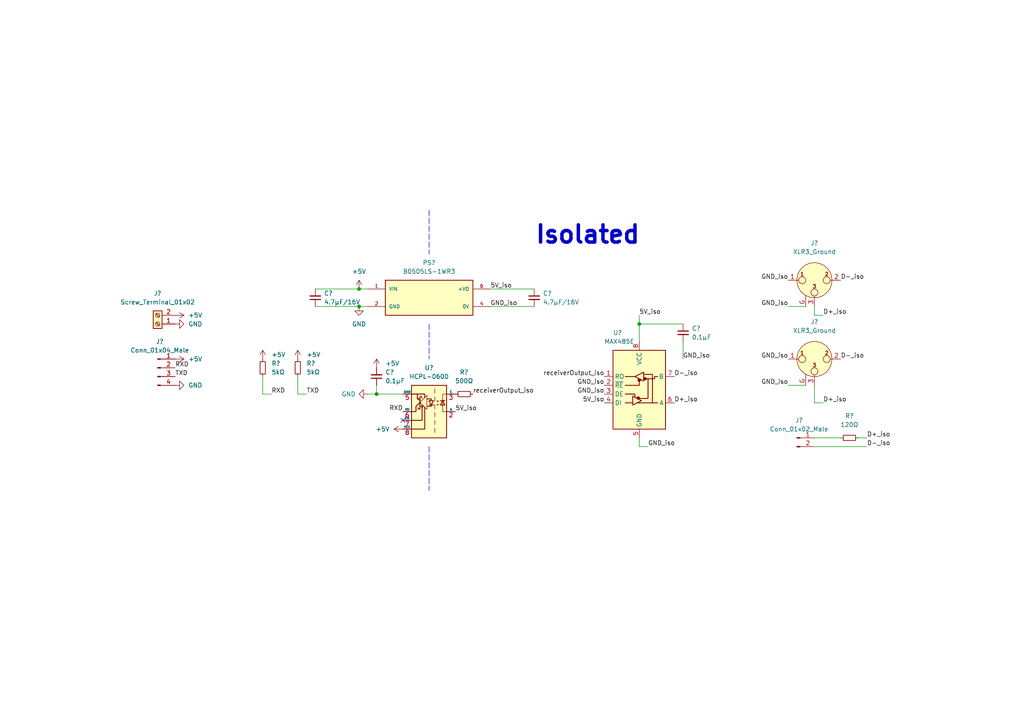
<source format=kicad_sch>
(kicad_sch (version 20211123) (generator eeschema)
  (paper "A4")
  (title_block (title "DMX Breakout"))
  (lib_symbols
    (symbol "B0505LS-1WR3:B0505LS-1WR3" (pin_names (offset 1.016))
      (property "Reference" "PS" (at -12.7 6.35 0))
      (property "Value" "B0505LS-1WR3" (at -12.7 -7.62 0))
      (symbol "B0505LS-1WR3_0_0"
        (rectangle (start -12.7 -5.08) (end 12.7 5.08) (stroke (width 0.254)) (fill (type background)))
        (pin input line (at -17.78 2.54 0) (length 5.08) (name "VIN") (number "1"))
        (pin power_in line (at -17.78 -2.54 0) (length 5.08) (name "GND") (number "2"))
        (pin passive line (at 17.78 -2.54 180) (length 5.08) (name "0V") (number "4"))
        (pin output line (at 17.78 2.54 180) (length 5.08) (name "+VO") (number "6"))
      )
    )
    (symbol "Connector:Conn_01x02_Male" (pin_names (offset 1.016) hide)
      (property "Reference" "J" (at 0 2.54 0))
      (property "Value" "Conn_01x02_Male" (at 0 -5.08 0))
      (symbol "Conn_01x02_Male_1_1"
        (polyline (pts (xy 1.27 -2.54) (xy 0.8636 -2.54)) (stroke (width 0.1524)))
        (polyline (pts (xy 1.27 0) (xy 0.8636 0)) (stroke (width 0.1524)))
        (rectangle (start 0.8636 -2.413) (end 0 -2.667) (stroke (width 0.1524)) (fill (type outline)))
        (rectangle (start 0.8636 0.127) (end 0 -0.127) (stroke (width 0.1524)) (fill (type outline)))
        (pin passive line (at 5.08 0 180) (length 3.81) (name "Pin_1") (number "1"))
        (pin passive line (at 5.08 -2.54 180) (length 3.81) (name "Pin_2") (number "2"))
      )
    )
    (symbol "Connector:Conn_01x04_Male" (pin_names (offset 1.016) hide)
      (property "Reference" "J" (at 0 5.08 0))
      (property "Value" "Conn_01x04_Male" (at 0 -7.62 0))
      (symbol "Conn_01x04_Male_1_1"
        (polyline (pts (xy 1.27 -5.08) (xy 0.8636 -5.08)) (stroke (width 0.1524)))
        (polyline (pts (xy 1.27 -2.54) (xy 0.8636 -2.54)) (stroke (width 0.1524)))
        (polyline (pts (xy 1.27 0) (xy 0.8636 0)) (stroke (width 0.1524)))
        (polyline (pts (xy 1.27 2.54) (xy 0.8636 2.54)) (stroke (width 0.1524)))
        (rectangle (start 0.8636 -4.953) (end 0 -5.207) (stroke (width 0.1524)) (fill (type outline)))
        (rectangle (start 0.8636 -2.413) (end 0 -2.667) (stroke (width 0.1524)) (fill (type outline)))
        (rectangle (start 0.8636 0.127) (end 0 -0.127) (stroke (width 0.1524)) (fill (type outline)))
        (rectangle (start 0.8636 2.667) (end 0 2.413) (stroke (width 0.1524)) (fill (type outline)))
        (pin passive line (at 5.08 2.54 180) (length 3.81) (name "Pin_1") (number "1"))
        (pin passive line (at 5.08 0 180) (length 3.81) (name "Pin_2") (number "2"))
        (pin passive line (at 5.08 -2.54 180) (length 3.81) (name "Pin_3") (number "3"))
        (pin passive line (at 5.08 -5.08 180) (length 3.81) (name "Pin_4") (number "4"))
      )
    )
    (symbol "Connector:Screw_Terminal_01x02" (pin_names (offset 1.016) hide)
      (property "Reference" "J" (at 0 2.54 0))
      (property "Value" "Screw_Terminal_01x02" (at 0 -5.08 0))
      (symbol "Screw_Terminal_01x02_1_1"
        (rectangle (start -1.27 1.27) (end 1.27 -3.81) (stroke (width 0.254)) (fill (type background)))
        (circle (center 0 -2.54) (radius 0.635) (stroke (width 0.1524)))
        (polyline (pts (xy -0.5334 -2.2098) (xy 0.3302 -3.048)) (stroke (width 0.1524)))
        (polyline (pts (xy -0.5334 0.3302) (xy 0.3302 -0.508)) (stroke (width 0.1524)))
        (polyline (pts (xy -0.3556 -2.032) (xy 0.508 -2.8702)) (stroke (width 0.1524)))
        (polyline (pts (xy -0.3556 0.508) (xy 0.508 -0.3302)) (stroke (width 0.1524)))
        (circle (center 0 0) (radius 0.635) (stroke (width 0.1524)))
        (pin passive line (at -5.08 0 0) (length 3.81) (name "Pin_1") (number "1"))
        (pin passive line (at -5.08 -2.54 0) (length 3.81) (name "Pin_2") (number "2"))
      )
    )
    (symbol "Connector:XLR3_Ground" (pin_names hide)
      (property "Reference" "J" (at 0 8.89 0))
      (property "Value" "XLR3_Ground" (at 0 6.35 0))
      (symbol "XLR3_Ground_0_1"
        (circle (center -3.556 0) (radius 1.016))
        (circle (center 0 -3.556) (radius 1.016))
        (polyline (pts (xy -5.08 0) (xy -4.572 0)))
        (polyline (pts (xy -2.54 -5.08) (xy -2.54 -4.445)))
        (polyline (pts (xy 0 -5.08) (xy 0 -4.572)))
        (polyline (pts (xy 5.08 0) (xy 4.572 0)))
        (circle (center 0 0) (radius 5.08) (fill (type background)))
        (circle (center 3.556 0) (radius 1.016))
        (text "1" (at -3.556 1.778 0) (effects (font (size 1.016 1.016) bold)))
        (text "2" (at 3.556 1.778 0) (effects (font (size 1.016 1.016) bold)))
        (text "3" (at 0 -1.778 0) (effects (font (size 1.016 1.016) bold)))
        (pin passive line (at -7.62 0 0) (length 2.54) (name "~") (number "1"))
        (pin passive line (at 7.62 0 180) (length 2.54) (name "~") (number "2"))
        (pin passive line (at 0 -7.62 90) (length 2.54) (name "~") (number "3"))
      )
      (symbol "XLR3_Ground_1_1"
        (pin passive line (at -2.54 -7.62 90) (length 2.54) (name "~") (number "G"))
      )
    )
    (symbol "Device:C_Small" (pin_numbers hide) (pin_names (offset 0.254) hide)
      (property "Reference" "C" (at 0.254 1.778 0))
      (property "Value" "C_Small" (at 0.254 -2.032 0))
      (symbol "C_Small_0_1"
        (polyline (pts (xy -1.524 -0.508) (xy 1.524 -0.508)) (stroke (width 0.3302)))
        (polyline (pts (xy -1.524 0.508) (xy 1.524 0.508)) (stroke (width 0.3048)))
      )
      (symbol "C_Small_1_1"
        (pin passive line (at 0 2.54 270) (length 2.032) (name "~") (number "1"))
        (pin passive line (at 0 -2.54 90) (length 2.032) (name "~") (number "2"))
      )
    )
    (symbol "Device:R_Small" (pin_numbers hide) (pin_names (offset 0.254) hide)
      (property "Reference" "R" (at 0.762 0.508 0))
      (property "Value" "R_Small" (at 0.762 -1.016 0))
      (symbol "R_Small_0_1"
        (rectangle (start -0.762 1.778) (end 0.762 -1.778) (stroke (width 0.2032)))
      )
      (symbol "R_Small_1_1"
        (pin passive line (at 0 2.54 270) (length 0.762) (name "~") (number "1"))
        (pin passive line (at 0 -2.54 90) (length 0.762) (name "~") (number "2"))
      )
    )
    (symbol "Interface_UART:MAX485E"
      (property "Reference" "U" (at -6.096 11.43 0))
      (property "Value" "MAX485E" (at 0.762 11.43 0))
      (symbol "MAX485E_0_1"
        (rectangle (start -7.62 10.16) (end 7.62 -12.7) (stroke (width 0.254)) (fill (type background)))
        (circle (center -0.3048 -3.683) (radius 0.3556) (stroke (width 0.254)) (fill (type outline)))
        (circle (center -0.0254 1.4986) (radius 0.3556) (stroke (width 0.254)) (fill (type outline)))
        (polyline (pts (xy -4.064 -5.08) (xy -1.905 -5.08)) (stroke (width 0.254)))
        (polyline (pts (xy -4.064 2.54) (xy -1.27 2.54)) (stroke (width 0.254)))
        (polyline (pts (xy -1.27 -3.2004) (xy -1.27 -3.4544)) (stroke (width 0.254)))
        (polyline (pts (xy -0.635 -5.08) (xy 5.334 -5.08)) (stroke (width 0.254)))
        (polyline (pts (xy -4.064 -2.54) (xy -1.27 -2.54) (xy -1.27 -3.175)) (stroke (width 0.254)))
        (polyline (pts (xy 0 1.27) (xy 0 0) (xy -4.064 0)) (stroke (width 0.254)))
        (polyline (pts (xy 1.27 3.175) (xy 3.81 3.175) (xy 3.81 -5.08)) (stroke (width 0.254)))
        (polyline (pts (xy 2.54 1.905) (xy 2.54 -3.81) (xy 0 -3.81)) (stroke (width 0.254)))
        (polyline (pts (xy -1.905 -3.175) (xy -1.905 -5.715) (xy 0.635 -4.445) (xy -1.905 -3.175)) (stroke (width 0.254)))
        (polyline (pts (xy -1.27 2.54) (xy 1.27 3.81) (xy 1.27 1.27) (xy -1.27 2.54)) (stroke (width 0.254)))
        (polyline (pts (xy 1.905 1.905) (xy 4.445 1.905) (xy 4.445 2.54) (xy 5.334 2.54)) (stroke (width 0.254)))
        (rectangle (start 1.27 3.175) (end 1.27 3.175))
        (circle (center 1.651 1.905) (radius 0.3556) (stroke (width 0.254)) (fill (type outline)))
      )
      (symbol "MAX485E_1_1"
        (pin output line (at -10.16 2.54 0) (length 2.54) (name "RO") (number "1"))
        (pin input line (at -10.16 0 0) (length 2.54) (name "~{RE}") (number "2"))
        (pin input line (at -10.16 -2.54 0) (length 2.54) (name "DE") (number "3"))
        (pin input line (at -10.16 -5.08 0) (length 2.54) (name "DI") (number "4"))
        (pin power_in line (at 0 -15.24 90) (length 2.54) (name "GND") (number "5"))
        (pin bidirectional line (at 10.16 -5.08 180) (length 2.54) (name "A") (number "6"))
        (pin bidirectional line (at 10.16 2.54 180) (length 2.54) (name "B") (number "7"))
        (pin power_in line (at 0 12.7 270) (length 2.54) (name "VCC") (number "8"))
      )
    )
    (symbol "Isolator:HCPL-0600" (pin_names (offset 0))
      (property "Reference" "U" (at -4.064 8.89 0))
      (property "Value" "HCPL-0600" (at 0.254 -9.144 0))
      (symbol "HCPL-0600_0_1"
        (polyline (pts (xy 2.667 -3.556) (xy 2.667 -1.651)) (stroke (width 0.254)))
        (polyline (pts (xy 2.667 -2.159) (xy 2.667 -2.921)) (stroke (width 0.254)))
        (polyline (pts (xy 3.429 -3.937) (xy 3.429 -5.08)) (stroke (width 0.254)))
        (polyline (pts (xy -0.635 -3.302) (xy -0.635 -3.683) (xy 0.635 -3.683)) (stroke (width 0.254)))
        (polyline (pts (xy -0.635 -1.905) (xy -0.635 -1.524) (xy 0.508 -1.524)) (stroke (width 0.254)))
        (polyline (pts (xy 1.27 -4.064) (xy 1.27 -5.08) (xy 5.08 -5.08)) (stroke (width 0.254)))
        (polyline (pts (xy 1.27 -1.27) (xy 1.27 5.08) (xy 5.08 5.08)) (stroke (width 0.254)))
        (polyline (pts (xy 2.032 -1.27) (xy 2.032 2.54) (xy 5.08 2.54)) (stroke (width 0.254)))
        (polyline (pts (xy -5.08 -5.08) (xy -3.937 -5.08) (xy -3.937 0) (xy -5.08 0)))
        (polyline (pts (xy 2.667 -3.302) (xy 2.667 -4.318) (xy 2.159 -4.318) (xy 2.159 -3.937)) (stroke (width 0.254)))
        (polyline (pts (xy 2.667 -2.667) (xy 0.635 -4.699) (xy 0.635 -0.635) (xy 2.667 -2.667)))
        (polyline (pts (xy 2.667 -1.778) (xy 2.667 -0.762) (xy 3.175 -0.762) (xy 3.175 -1.143)) (stroke (width 0.254)))
        (polyline (pts (xy 2.794 -2.54) (xy 3.81 -1.524) (xy 3.81 0) (xy 5.08 0)) (stroke (width 0.254)))
        (polyline (pts (xy 2.667 -3.175) (xy 3.429 -3.937) (xy 3.302 -3.556) (xy 3.048 -3.81) (xy 3.429 -3.937)) (stroke (width 0.254)))
        (circle (center 2.032 -1.524) (radius 0.254) (stroke (width 0.254)))
      )
      (symbol "HCPL-0600_1_1"
        (rectangle (start -5.08 7.62) (end 5.08 -7.62) (stroke (width 0.254)) (fill (type background)))
        (polyline (pts (xy -4.572 -3.175) (xy -3.302 -3.175)) (stroke (width 0.254)))
        (polyline (pts (xy -1.651 -5.334) (xy -1.651 -6.604)))
        (polyline (pts (xy -1.651 -3.048) (xy -1.651 -4.318)))
        (polyline (pts (xy -1.651 -0.762) (xy -1.651 -2.032)))
        (polyline (pts (xy -1.651 1.524) (xy -1.651 0.254)))
        (polyline (pts (xy -1.651 3.81) (xy -1.651 2.54)))
        (polyline (pts (xy -1.651 6.096) (xy -1.651 4.826)))
        (polyline (pts (xy -1.27 -1.905) (xy 0 -1.905)) (stroke (width 0.254)))
        (polyline (pts (xy -3.937 -3.175) (xy -4.572 -1.905) (xy -3.302 -1.905) (xy -3.937 -3.175)) (stroke (width 0.254)))
        (polyline (pts (xy -0.635 -1.905) (xy -1.27 -3.175) (xy 0 -3.175) (xy -0.635 -1.905)) (stroke (width 0.254)))
        (polyline (pts (xy -2.921 -3.048) (xy -2.159 -3.048) (xy -2.54 -3.175) (xy -2.54 -2.921) (xy -2.159 -3.048)) (stroke (width 0.127)))
        (polyline (pts (xy -2.921 -2.032) (xy -2.159 -2.032) (xy -2.54 -2.159) (xy -2.54 -1.905) (xy -2.159 -2.032)) (stroke (width 0.127)))
        (pin no_connect line (at -5.08 5.08 0) (length 2.54) hide (name "NC") (number "1"))
        (pin passive line (at -7.62 0 0) (length 2.54) (name "A") (number "2"))
        (pin passive line (at -7.62 -5.08 0) (length 2.54) (name "C") (number "3"))
        (pin power_in line (at 7.62 -5.08 180) (length 2.54) (name "GND") (number "5"))
        (pin open_collector line (at 7.62 0 180) (length 2.54) (name "VO") (number "6"))
        (pin input line (at 7.62 2.54 180) (length 2.54) (name "EN") (number "7"))
        (pin power_in line (at 7.62 5.08 180) (length 2.54) (name "VCC") (number "8"))
      )
    )
    (symbol "power:+5V" (power) (pin_names (offset 0))
      (property "Value" "+5V" (at 0 3.556 0))
      (symbol "+5V_0_1"
        (polyline (pts (xy -0.762 1.27) (xy 0 2.54)))
        (polyline (pts (xy 0 0) (xy 0 2.54)))
        (polyline (pts (xy 0 2.54) (xy 0.762 1.27)))
      )
      (symbol "+5V_1_1"
        (pin power_in line (at 0 0 90) (length 0) hide (name "+5V") (number "1"))
      )
    )
    (symbol "power:GND" (power) (pin_names (offset 0))
      (property "Value" "GND" (at 0 -3.81 0))
      (symbol "GND_0_1"
        (polyline (pts (xy 0 0) (xy 0 -1.27) (xy 1.27 -1.27) (xy 0 -2.54) (xy -1.27 -1.27) (xy 0 -1.27)))
      )
      (symbol "GND_1_1"
        (pin power_in line (at 0 0 270) (length 0) hide (name "GND") (number "1"))
      )
    )
  )
  (junction (at 109.22 114.3))
  (junction (at 104.14 88.9))
  (junction (at 185.42 93.98))
  (junction (at 104.14 83.82))
  (no_connect (at 116.84 121.92))
  (wire (pts (xy 198.12 93.98) (xy 185.42 93.98)))
  (wire (pts (xy 109.22 111.76) (xy 109.22 114.3)))
  (wire (pts (xy 104.14 83.82) (xy 106.68 83.82)))
  (wire (pts (xy 91.44 83.82) (xy 104.14 83.82)))
  (wire (pts (xy 236.22 88.9) (xy 236.22 91.44)))
  (wire (pts (xy 106.68 114.3) (xy 109.22 114.3)))
  (wire (pts (xy 86.36 109.22) (xy 86.36 114.3)))
  (wire (pts (xy 236.22 111.76) (xy 236.22 116.84)))
  (wire (pts (xy 236.22 129.54) (xy 251.46 129.54)))
  (wire (pts (xy 91.44 88.9) (xy 104.14 88.9)))
  (wire (pts (xy 236.22 127) (xy 243.84 127)))
  (wire (pts (xy 185.42 127) (xy 185.42 129.54)))
  (polyline (pts (xy 124.46 129.54) (xy 124.46 142.24)))
  (wire (pts (xy 76.2 109.22) (xy 76.2 114.3)))
  (wire (pts (xy 185.42 93.98) (xy 185.42 99.06)))
  (wire (pts (xy 236.22 91.44) (xy 238.76 91.44)))
  (wire (pts (xy 104.14 88.9) (xy 106.68 88.9)))
  (wire (pts (xy 248.92 127) (xy 251.46 127)))
  (wire (pts (xy 142.24 88.9) (xy 154.94 88.9)))
  (wire (pts (xy 185.42 129.54) (xy 187.96 129.54)))
  (wire (pts (xy 76.2 114.3) (xy 78.74 114.3)))
  (wire (pts (xy 228.6 111.76) (xy 233.68 111.76)))
  (polyline (pts (xy 124.46 60.96) (xy 124.46 73.66)))
  (wire (pts (xy 142.24 83.82) (xy 154.94 83.82)))
  (wire (pts (xy 236.22 116.84) (xy 238.76 116.84)))
  (wire (pts (xy 109.22 114.3) (xy 116.84 114.3)))
  (polyline (pts (xy 124.46 93.98) (xy 124.46 104.14)))
  (wire (pts (xy 86.36 114.3) (xy 88.9 114.3)))
  (wire (pts (xy 228.6 88.9) (xy 233.68 88.9)))
  (wire (pts (xy 185.42 91.44) (xy 185.42 93.98)))
  (wire (pts (xy 198.12 99.06) (xy 198.12 104.14)))
  (text "Isolated" (at 154.94 71.12 0) (effects (font (size 5 5) (thickness 1) bold) (justify left bottom)))
  (label "5V_iso" (at 142.24 83.82 0))
  (label "GND_iso" (at 198.12 104.14 0))
  (label "GND_iso" (at 228.6 88.9 180))
  (label "TXD" (at 50.8 109.22 0))
  (label "GND_iso" (at 142.24 88.9 0))
  (label "D-_iso" (at 243.84 104.14 0))
  (label "RXD" (at 50.8 106.68 0))
  (label "GND_iso" (at 187.96 129.54 0))
  (label "5V_iso" (at 132.08 119.38 0))
  (label "GND_iso" (at 228.6 111.76 180))
  (label "GND_iso" (at 175.26 114.3 180))
  (label "D+_iso" (at 238.76 91.44 0))
  (label "D+_iso" (at 195.58 116.84 0))
  (label "D+_iso" (at 238.76 116.84 0))
  (label "D-_iso" (at 195.58 109.22 0))
  (label "5V_iso" (at 175.26 116.84 180))
  (label "D+_iso" (at 251.46 127 0))
  (label "D-_iso" (at 243.84 81.28 0))
  (label "GND_iso" (at 228.6 104.14 180))
  (label "5V_iso" (at 185.42 91.44 0))
  (label "receiverOutput_iso" (at 175.26 109.22 180))
  (label "RXD" (at 78.74 114.3 0))
  (label "GND_iso" (at 175.26 111.76 180))
  (label "GND_iso" (at 228.6 81.28 180))
  (label "D-_iso" (at 251.46 129.54 0))
  (label "RXD" (at 116.84 119.38 180))
  (label "receiverOutput_iso" (at 137.16 114.3 0))
  (label "TXD" (at 88.9 114.3 0))
  (symbol (lib_id "power:GND") (at 50.8 111.76 90) (unit 1)
    (property "Reference" "#PWR?" (effects hide))
    (property "Value" "GND" (at 54.61 111.7599 90) (effects (justify right)))
  )
  (symbol (lib_id "power:+5V") (at 50.8 104.14 270) (unit 1)
    (property "Reference" "#PWR?" (effects hide))
    (property "Value" "+5V" (at 54.61 104.1399 90) (effects (justify left)))
  )
  (symbol (lib_id "power:+5V") (at 50.8 91.44 270) (unit 1)
    (property "Reference" "#PWR?" (effects hide))
    (property "Value" "+5V" (at 54.61 91.4399 90) (effects (justify left)))
  )
  (symbol (lib_id "Device:R_Small") (at 246.38 127 90) (unit 1)
    (property "Reference" "R?" (at 246.38 120.65 90))
    (property "Value" "120Ω" (at 246.38 123.19 90))
  )
  (symbol (lib_id "Connector:XLR3_Ground") (at 236.22 104.14 0) (unit 1)
    (property "Reference" "J?" (at 236.22 93.345 0))
    (property "Value" "XLR3_Ground" (at 236.22 95.885 0))
    (property "Datasheet" " ~" (effects hide))
  )
  (symbol (lib_id "Connector:Conn_01x04_Male") (at 45.72 106.68 0) (unit 1)
    (property "Reference" "J?" (at 46.355 99.06 0))
    (property "Value" "Conn_01x04_Male" (at 46.355 101.6 0))
  )
  (symbol (lib_id "Device:R_Small") (at 76.2 106.68 180) (unit 1)
    (property "Reference" "R?" (at 78.74 105.4099 0) (effects (justify right)))
    (property "Value" "5kΩ" (at 78.74 107.9499 0) (effects (justify right)))
  )
  (symbol (lib_id "Connector:XLR3_Ground") (at 236.22 81.28 0) (unit 1)
    (property "Reference" "J?" (at 236.22 70.485 0))
    (property "Value" "XLR3_Ground" (at 236.22 73.025 0))
    (property "Datasheet" " ~" (effects hide))
  )
  (symbol (lib_id "power:GND") (at 50.8 93.98 90) (unit 1)
    (property "Reference" "#PWR?" (effects hide))
    (property "Value" "GND" (at 54.61 93.9799 90) (effects (justify right)))
  )
  (symbol (lib_id "power:+5V") (at 116.84 124.46 90) (unit 1)
    (property "Reference" "#PWR?" (effects hide))
    (property "Value" "+5V" (at 113.03 124.4599 90) (effects (justify left)))
  )
  (symbol (lib_id "power:+5V") (at 109.22 106.68 0) (unit 1)
    (property "Reference" "#PWR?" (effects hide))
    (property "Value" "+5V" (at 111.76 105.4099 0) (effects (justify left)))
  )
  (symbol (lib_id "Device:R_Small") (at 86.36 106.68 180) (unit 1)
    (property "Reference" "R?" (at 88.9 105.4099 0) (effects (justify right)))
    (property "Value" "5kΩ" (at 88.9 107.9499 0) (effects (justify right)))
  )
  (symbol (lib_id "power:+5V") (at 104.14 83.82 0) (unit 1)
    (property "Reference" "#PWR?" (effects hide))
    (property "Value" "+5V" (at 104.14 78.74 0))
  )
  (symbol (lib_id "power:+5V") (at 86.36 104.14 0) (unit 1)
    (property "Reference" "#PWR?" (effects hide))
    (property "Value" "+5V" (at 88.9 102.8699 0) (effects (justify left)))
  )
  (symbol (lib_id "Device:C_Small") (at 198.12 96.52 0) (unit 1)
    (property "Reference" "C?" (at 200.66 95.2562 0) (effects (justify left)))
    (property "Value" "0.1µF" (at 200.66 97.7962 0) (effects (justify left)))
  )
  (symbol (lib_id "B0505LS-1WR3:B0505LS-1WR3") (at 124.46 86.36 0) (unit 1)
    (property "Reference" "PS?" (at 124.46 76.2 0))
    (property "Value" "B0505LS-1WR3" (at 124.46 78.74 0))
    (property "Footprint" "CONV_B0505LS-1WR3" (effects hide))
    (property "MAXIMUM_PACKAGE_HEIGHT" "10.41 mm" (effects hide))
    (property "MANUFACTURER" "Mornsun" (effects hide))
    (property "PARTREV" "2019.10.15-A/5" (effects hide))
    (property "STANDARD" "Manufacturer Recommendations" (effects hide))
  )
  (symbol (lib_id "Isolator:HCPL-0600") (at 124.46 119.38 180) (unit 1)
    (property "Reference" "U?" (at 124.46 106.68 0))
    (property "Value" "HCPL-0600" (at 124.46 109.22 0))
    (property "Footprint" "Package_SO:SOIC-8_3.9x4.9mm_P1.27mm" (effects hide))
    (property "Datasheet" "https://docs.broadcom.com/docs/AV02-0940EN" (effects hide))
  )
  (symbol (lib_id "power:GND") (at 106.68 114.3 270) (unit 1)
    (property "Reference" "#PWR?" (effects hide))
    (property "Value" "GND" (at 99.06 114.3 90) (effects (justify left)))
  )
  (symbol (lib_id "Device:R_Small") (at 134.62 114.3 90) (unit 1)
    (property "Reference" "R?" (at 134.62 107.95 90))
    (property "Value" "500Ω" (at 134.62 110.49 90))
  )
  (symbol (lib_id "Device:C_Small") (at 91.44 86.36 180) (unit 1)
    (property "Reference" "C?" (at 93.98 85.0835 0) (effects (justify right)))
    (property "Value" "4.7µF/16V" (at 93.98 87.6235 0) (effects (justify right)))
  )
  (symbol (lib_id "power:GND") (at 104.14 88.9 0) (unit 1)
    (property "Reference" "#PWR?" (effects hide))
    (property "Value" "GND" (at 104.14 93.98 0))
  )
  (symbol (lib_id "Device:C_Small") (at 109.22 109.22 180) (unit 1)
    (property "Reference" "C?" (at 111.76 107.9435 0) (effects (justify right)))
    (property "Value" "0.1µF" (at 111.76 110.4835 0) (effects (justify right)))
  )
  (symbol (lib_id "Device:C_Small") (at 154.94 86.36 0) (unit 1)
    (property "Reference" "C?" (at 157.48 85.0962 0) (effects (justify left)))
    (property "Value" "4.7µF/16V" (at 157.48 87.6362 0) (effects (justify left)))
  )
  (symbol (lib_id "Connector:Screw_Terminal_01x02") (at 45.72 93.98 180) (unit 1)
    (property "Reference" "J?" (at 45.72 85.09 0))
    (property "Value" "Screw_Terminal_01x02" (at 45.72 87.63 0))
  )
  (symbol (lib_id "Connector:Conn_01x02_Male") (at 231.14 127 0) (unit 1)
    (property "Reference" "J?" (at 231.775 121.92 0))
    (property "Value" "Conn_01x02_Male" (at 231.775 124.46 0))
  )
  (symbol (lib_id "power:+5V") (at 76.2 104.14 0) (unit 1)
    (property "Reference" "#PWR?" (effects hide))
    (property "Value" "+5V" (at 78.74 102.8699 0) (effects (justify left)))
  )
  (symbol (lib_id "Interface_UART:MAX485E") (at 185.42 111.76 0) (unit 1)
    (property "Reference" "U?" (at 177.8 96.52 0) (effects (justify left)))
    (property "Value" "MAX485E" (at 175.26 99.06 0) (effects (justify left)))
    (property "Datasheet" "https://datasheets.maximintegrated.com/en/ds/MAX1487E-MAX491E.pdf" (effects hide))
  )
)
</source>
